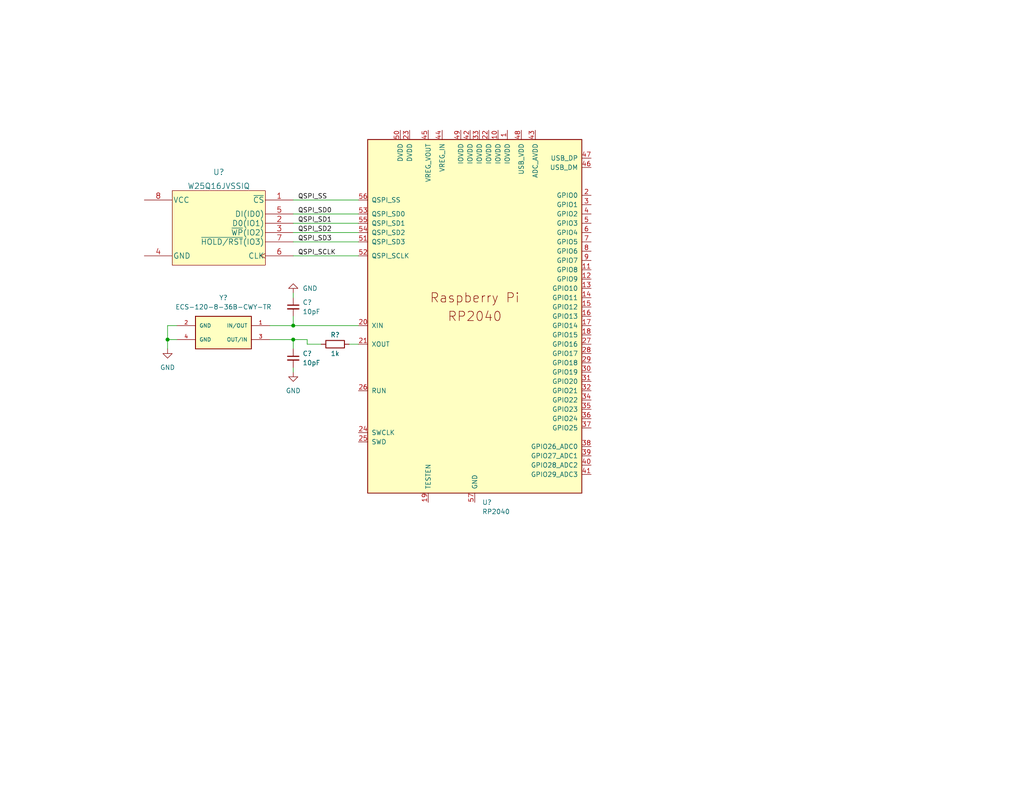
<source format=kicad_sch>
(kicad_sch (version 20211123) (generator eeschema)
  (paper "A")
  (lib_symbols
    (symbol "Device:C_Small" (pin_numbers hide) (pin_names (offset 0.254) hide)
      (property "Reference" "C" (at 0.254 1.778 0))
      (property "Value" "C_Small" (at 0.254 -2.032 0))
      (symbol "C_Small_0_1"
        (polyline (pts (xy -1.524 -0.508) (xy 1.524 -0.508)) (stroke (width 0.3302)))
        (polyline (pts (xy -1.524 0.508) (xy 1.524 0.508)) (stroke (width 0.3048)))
      )
      (symbol "C_Small_1_1"
        (pin passive line (at 0 2.54 270) (length 2.032) (name "~") (number "1"))
        (pin passive line (at 0 -2.54 90) (length 2.032) (name "~") (number "2"))
      )
    )
    (symbol "Device:R" (pin_numbers hide) (pin_names (offset 0))
      (property "Reference" "R" (at 2.032 0 90))
      (property "Value" "R" (at 0 0 90))
      (symbol "R_0_1"
        (rectangle (start -1.016 -2.54) (end 1.016 2.54) (stroke (width 0.254)))
      )
      (symbol "R_1_1"
        (pin passive line (at 0 3.81 270) (length 1.27) (name "~") (number "1"))
        (pin passive line (at 0 -3.81 90) (length 1.27) (name "~") (number "2"))
      )
    )
    (symbol "MCU_RaspberryPi_and_Boards:RP2040" (pin_names (offset 1.016))
      (property "Reference" "U" (at -29.21 49.53 0))
      (property "Value" "RP2040" (at 24.13 -49.53 0))
      (symbol "RP2040_0_0"
        (text "Raspberry Pi" (at 0 5.08 0) (effects (font (size 2.54 2.54))))
        (text "RP2040" (at 0 0 0) (effects (font (size 2.54 2.54))))
      )
      (symbol "RP2040_0_1"
        (rectangle (start 29.21 48.26) (end -29.21 -48.26) (stroke (width 0.254)) (fill (type background)))
      )
      (symbol "RP2040_1_1"
        (pin power_in line (at 8.89 50.8 270) (length 2.54) (name "IOVDD") (number "1"))
        (pin power_in line (at 6.35 50.8 270) (length 2.54) (name "IOVDD") (number "10"))
        (pin bidirectional line (at 31.75 12.7 180) (length 2.54) (name "GPIO8") (number "11"))
        (pin bidirectional line (at 31.75 10.16 180) (length 2.54) (name "GPIO9") (number "12"))
        (pin bidirectional line (at 31.75 7.62 180) (length 2.54) (name "GPIO10") (number "13"))
        (pin bidirectional line (at 31.75 5.08 180) (length 2.54) (name "GPIO11") (number "14"))
        (pin bidirectional line (at 31.75 2.54 180) (length 2.54) (name "GPIO12") (number "15"))
        (pin bidirectional line (at 31.75 0 180) (length 2.54) (name "GPIO13") (number "16"))
        (pin bidirectional line (at 31.75 -2.54 180) (length 2.54) (name "GPIO14") (number "17"))
        (pin bidirectional line (at 31.75 -5.08 180) (length 2.54) (name "GPIO15") (number "18"))
        (pin passive line (at -12.7 -50.8 90) (length 2.54) (name "TESTEN") (number "19"))
        (pin bidirectional line (at 31.75 33.02 180) (length 2.54) (name "GPIO0") (number "2"))
        (pin input line (at -31.75 -2.54 0) (length 2.54) (name "XIN") (number "20"))
        (pin passive line (at -31.75 -7.62 0) (length 2.54) (name "XOUT") (number "21"))
        (pin power_in line (at 3.81 50.8 270) (length 2.54) (name "IOVDD") (number "22"))
        (pin power_in line (at -17.78 50.8 270) (length 2.54) (name "DVDD") (number "23"))
        (pin output line (at -31.75 -31.75 0) (length 2.54) (name "SWCLK") (number "24"))
        (pin bidirectional line (at -31.75 -34.29 0) (length 2.54) (name "SWD") (number "25"))
        (pin input line (at -31.75 -20.32 0) (length 2.54) (name "RUN") (number "26"))
        (pin bidirectional line (at 31.75 -7.62 180) (length 2.54) (name "GPIO16") (number "27"))
        (pin bidirectional line (at 31.75 -10.16 180) (length 2.54) (name "GPIO17") (number "28"))
        (pin bidirectional line (at 31.75 -12.7 180) (length 2.54) (name "GPIO18") (number "29"))
        (pin bidirectional line (at 31.75 30.48 180) (length 2.54) (name "GPIO1") (number "3"))
        (pin bidirectional line (at 31.75 -15.24 180) (length 2.54) (name "GPIO19") (number "30"))
        (pin bidirectional line (at 31.75 -17.78 180) (length 2.54) (name "GPIO20") (number "31"))
        (pin bidirectional line (at 31.75 -20.32 180) (length 2.54) (name "GPIO21") (number "32"))
        (pin power_in line (at 1.27 50.8 270) (length 2.54) (name "IOVDD") (number "33"))
        (pin bidirectional line (at 31.75 -22.86 180) (length 2.54) (name "GPIO22") (number "34"))
        (pin bidirectional line (at 31.75 -25.4 180) (length 2.54) (name "GPIO23") (number "35"))
        (pin bidirectional line (at 31.75 -27.94 180) (length 2.54) (name "GPIO24") (number "36"))
        (pin bidirectional line (at 31.75 -30.48 180) (length 2.54) (name "GPIO25") (number "37"))
        (pin bidirectional line (at 31.75 -35.56 180) (length 2.54) (name "GPIO26_ADC0") (number "38"))
        (pin bidirectional line (at 31.75 -38.1 180) (length 2.54) (name "GPIO27_ADC1") (number "39"))
        (pin bidirectional line (at 31.75 27.94 180) (length 2.54) (name "GPIO2") (number "4"))
        (pin bidirectional line (at 31.75 -40.64 180) (length 2.54) (name "GPIO28_ADC2") (number "40"))
        (pin bidirectional line (at 31.75 -43.18 180) (length 2.54) (name "GPIO29_ADC3") (number "41"))
        (pin power_in line (at -1.27 50.8 270) (length 2.54) (name "IOVDD") (number "42"))
        (pin power_in line (at 16.51 50.8 270) (length 2.54) (name "ADC_AVDD") (number "43"))
        (pin power_in line (at -8.89 50.8 270) (length 2.54) (name "VREG_IN") (number "44"))
        (pin power_out line (at -12.7 50.8 270) (length 2.54) (name "VREG_VOUT") (number "45"))
        (pin bidirectional line (at 31.75 40.64 180) (length 2.54) (name "USB_DM") (number "46"))
        (pin bidirectional line (at 31.75 43.18 180) (length 2.54) (name "USB_DP") (number "47"))
        (pin power_in line (at 12.7 50.8 270) (length 2.54) (name "USB_VDD") (number "48"))
        (pin power_in line (at -3.81 50.8 270) (length 2.54) (name "IOVDD") (number "49"))
        (pin bidirectional line (at 31.75 25.4 180) (length 2.54) (name "GPIO3") (number "5"))
        (pin power_in line (at -20.32 50.8 270) (length 2.54) (name "DVDD") (number "50"))
        (pin bidirectional line (at -31.75 20.32 0) (length 2.54) (name "QSPI_SD3") (number "51"))
        (pin output line (at -31.75 16.51 0) (length 2.54) (name "QSPI_SCLK") (number "52"))
        (pin bidirectional line (at -31.75 27.94 0) (length 2.54) (name "QSPI_SD0") (number "53"))
        (pin bidirectional line (at -31.75 22.86 0) (length 2.54) (name "QSPI_SD2") (number "54"))
        (pin bidirectional line (at -31.75 25.4 0) (length 2.54) (name "QSPI_SD1") (number "55"))
        (pin bidirectional line (at -31.75 31.75 0) (length 2.54) (name "QSPI_SS") (number "56"))
        (pin power_in line (at 0 -50.8 90) (length 2.54) (name "GND") (number "57"))
        (pin bidirectional line (at 31.75 22.86 180) (length 2.54) (name "GPIO4") (number "6"))
        (pin bidirectional line (at 31.75 20.32 180) (length 2.54) (name "GPIO5") (number "7"))
        (pin bidirectional line (at 31.75 17.78 180) (length 2.54) (name "GPIO6") (number "8"))
        (pin bidirectional line (at 31.75 15.24 180) (length 2.54) (name "GPIO7") (number "9"))
      )
    )
    (symbol "MemoryPhone_sym:ECS-120-8-36B-CWY-TR" (pin_names (offset 1.016))
      (property "Reference" "Y" (at -12.7254 7.6454 0))
      (property "Value" "ECS-120-8-36B-CWY-TR" (at -17.78 -3.81 0))
      (symbol "ECS-120-8-36B-CWY-TR_0_0"
        (rectangle (start -12.7 7.62) (end 2.54 -1.27) (stroke (width 0.254)) (fill (type background)))
        (pin bidirectional line (at 7.62 5.08 180) (length 5.08) (name "IN/OUT") (number "1"))
        (pin power_in line (at -17.78 5.08 0) (length 5.08) (name "GND") (number "2"))
        (pin bidirectional line (at 7.62 1.27 180) (length 5.08) (name "OUT/IN") (number "3"))
        (pin power_in line (at -17.78 1.27 0) (length 5.08) (name "GND") (number "4"))
      )
    )
    (symbol "MemoryPhone_sym:W25Q16JVSSIQ" (pin_names (offset 0.254))
      (property "Reference" "U" (at 20.32 10.16 0))
      (property "Value" "W25Q16JVSSIQ" (at 20.32 7.62 0))
      (symbol "W25Q16JVSSIQ_1_1"
        (rectangle (start 7.62 5.08) (end 33.02 -15.24) (fill (type background)))
        (pin input line (at 0 2.54 0) (length 7.62) (name "~{CS}") (number "1"))
        (pin bidirectional line (at 0 -3.81 0) (length 7.62) (name "D0(IO1)") (number "2"))
        (pin bidirectional line (at 0 -6.35 0) (length 7.62) (name "~{WP}(IO2)") (number "3"))
        (pin power_in line (at 40.64 -12.7 180) (length 7.62) (name "GND") (number "4"))
        (pin bidirectional line (at 0 -1.27 0) (length 7.62) (name "DI(ID0)") (number "5"))
        (pin input clock (at 0 -12.7 0) (length 7.62) (name "CLK") (number "6"))
        (pin bidirectional line (at 0 -8.89 0) (length 7.62) (name "~{HOLD/RST}(IO3)") (number "7"))
        (pin power_in line (at 40.64 2.54 180) (length 7.62) (name "VCC") (number "8"))
      )
    )
    (symbol "power:GND" (power) (pin_names (offset 0))
      (property "Value" "GND" (at 0 -3.81 0))
      (symbol "GND_0_1"
        (polyline (pts (xy 0 0) (xy 0 -1.27) (xy 1.27 -1.27) (xy 0 -2.54) (xy -1.27 -1.27) (xy 0 -1.27)))
      )
      (symbol "GND_1_1"
        (pin power_in line (at 0 0 270) (length 0) hide (name "GND") (number "1"))
      )
    )
  )
  (junction (at 80.01 92.71))
  (junction (at 45.72 92.71))
  (junction (at 80.01 88.9))
  (wire (pts (xy 83.82 93.98) (xy 83.82 92.71)))
  (wire (pts (xy 80.01 92.71) (xy 80.01 95.25)))
  (wire (pts (xy 80.01 69.85) (xy 97.79 69.85)))
  (wire (pts (xy 80.01 80.01) (xy 80.01 81.28)))
  (wire (pts (xy 48.26 88.9) (xy 45.72 88.9)))
  (wire (pts (xy 87.63 93.98) (xy 83.82 93.98)))
  (wire (pts (xy 95.25 93.98) (xy 97.79 93.98)))
  (wire (pts (xy 45.72 88.9) (xy 45.72 92.71)))
  (wire (pts (xy 80.01 92.71) (xy 83.82 92.71)))
  (wire (pts (xy 45.72 92.71) (xy 48.26 92.71)))
  (wire (pts (xy 73.66 92.71) (xy 80.01 92.71)))
  (wire (pts (xy 73.66 88.9) (xy 80.01 88.9)))
  (wire (pts (xy 80.01 60.96) (xy 97.79 60.96)))
  (wire (pts (xy 80.01 86.36) (xy 80.01 88.9)))
  (wire (pts (xy 45.72 95.25) (xy 45.72 92.71)))
  (wire (pts (xy 80.01 100.33) (xy 80.01 101.6)))
  (wire (pts (xy 80.01 58.42) (xy 97.79 58.42)))
  (wire (pts (xy 80.01 66.04) (xy 97.79 66.04)))
  (wire (pts (xy 80.01 63.5) (xy 97.79 63.5)))
  (wire (pts (xy 80.01 54.61) (xy 97.79 54.61)))
  (wire (pts (xy 80.01 88.9) (xy 97.79 88.9)))
  (label "QSPI_SD3" (at 81.28 66.04 0))
  (label "QSPI_SCLK" (at 81.28 69.85 0))
  (label "QSPI_SD0" (at 81.28 58.42 0))
  (label "QSPI_SD1" (at 81.28 60.96 0))
  (label "QSPI_SS" (at 81.28 54.61 0))
  (label "QSPI_SD2" (at 81.28 63.5 0))
  (symbol (lib_id "power:GND") (at 45.72 95.25 0) (unit 1)
    (property "Reference" "#PWR?" (effects hide))
    (property "Value" "GND" (at 45.72 100.33 0))
  )
  (symbol (lib_id "Device:R") (at 91.44 93.98 90) (unit 1)
    (property "Reference" "R?" (at 91.44 91.44 90))
    (property "Value" "1k" (at 91.44 96.52 90))
    (property "Footprint" "Resistor_SMD:R_0603_1608Metric_Pad0.98x0.95mm_HandSolder" (effects hide))
  )
  (symbol (lib_id "Device:C_Small") (at 80.01 97.79 0) (unit 1)
    (property "Reference" "C?" (at 82.55 96.5262 0) (effects (justify left)))
    (property "Value" "10pF" (at 82.55 99.0662 0) (effects (justify left)))
    (property "Footprint" "Capacitor_SMD:C_0603_1608Metric_Pad1.08x0.95mm_HandSolder" (effects hide))
  )
  (symbol (lib_id "MCU_RaspberryPi_and_Boards:RP2040") (at 129.54 86.36 0) (unit 1)
    (property "Reference" "U?" (at 131.5594 137.16 0) (effects (justify left)))
    (property "Value" "RP2040" (at 131.5594 139.7 0) (effects (justify left)))
    (property "Footprint" "MCU_RaspberryPi_and_Boards:RP2040-QFN-56" (effects hide))
  )
  (symbol (lib_id "power:GND") (at 80.01 80.01 180) (unit 1)
    (property "Reference" "#PWR?" (effects hide))
    (property "Value" "GND" (at 82.55 78.7399 0) (effects (justify right)))
  )
  (symbol (lib_id "MemoryPhone_sym:W25Q16JVSSIQ") (at 80.01 57.15 0) (mirror y) (unit 1)
    (property "Reference" "U?" (at 59.69 46.99 0) (effects (font (size 1.524 1.524))))
    (property "Value" "W25Q16JVSSIQ" (at 59.69 50.8 0) (effects (font (size 1.524 1.524))))
    (property "Footprint" "MemoryPhone_footprints:W25Q16JVSSIQ" (effects hide))
    (property "Datasheet" "https://www.winbond.com/resource-files/w25q16jv%20spi%20revg%2003222018%20plus.pdf" (effects hide))
  )
  (symbol (lib_id "MemoryPhone_sym:ECS-120-8-36B-CWY-TR") (at 66.04 93.98 0) (unit 1)
    (property "Reference" "Y?" (at 60.96 81.28 0))
    (property "Value" "ECS-120-8-36B-CWY-TR" (at 60.96 83.82 0))
    (property "Footprint" "MemoryPhone_footprints:XTAL_ECS-120-8-36B-CWY-TR" (effects hide))
    (property "Datasheet" "https://ecsxtal.com/store/pdf/ECX-2236B.pdf" (effects hide))
  )
  (symbol (lib_id "Device:C_Small") (at 80.01 83.82 0) (unit 1)
    (property "Reference" "C?" (at 82.55 82.5562 0) (effects (justify left)))
    (property "Value" "10pF" (at 82.55 85.0962 0) (effects (justify left)))
    (property "Footprint" "Capacitor_SMD:C_0603_1608Metric_Pad1.08x0.95mm_HandSolder" (effects hide))
  )
  (symbol (lib_id "power:GND") (at 80.01 101.6 0) (unit 1)
    (property "Reference" "#PWR?" (effects hide))
    (property "Value" "GND" (at 80.01 106.68 0))
  )
)
</source>
